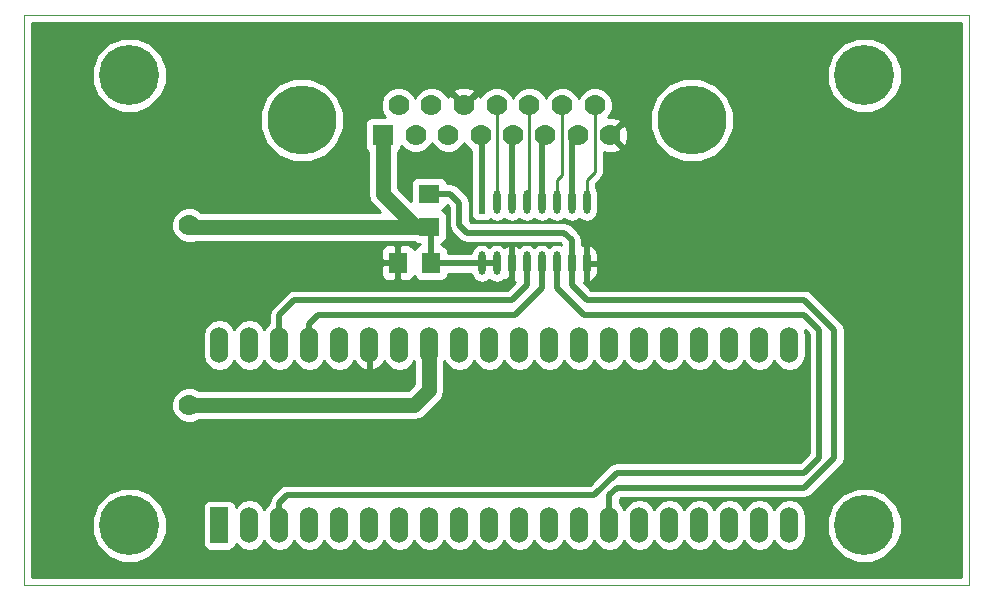
<source format=gbl>
G04 (created by PCBNEW (2013-07-07 BZR 4022)-stable) date 27/02/2014 1:19:26 PM*
%MOIN*%
G04 Gerber Fmt 3.4, Leading zero omitted, Abs format*
%FSLAX34Y34*%
G01*
G70*
G90*
G04 APERTURE LIST*
%ADD10C,0.00590551*%
%ADD11C,0.00393701*%
%ADD12R,0.0236X0.0787*%
%ADD13O,0.0236X0.0787*%
%ADD14R,0.0709X0.063*%
%ADD15R,0.063X0.0709*%
%ADD16R,0.06X0.12*%
%ADD17O,0.06X0.12*%
%ADD18R,0.07X0.07*%
%ADD19C,0.07*%
%ADD20C,0.23*%
%ADD21C,0.2*%
%ADD22C,0.05*%
%ADD23C,0.02*%
%ADD24C,0.01*%
G04 APERTURE END LIST*
G54D10*
G54D11*
X42500Y-33500D02*
X74000Y-33500D01*
X42500Y-52500D02*
X74000Y-52500D01*
X42500Y-52500D02*
X42500Y-33500D01*
X74000Y-33500D02*
X74000Y-52500D01*
G54D12*
X57750Y-39726D03*
G54D13*
X60750Y-41774D03*
X60250Y-41774D03*
X59750Y-41774D03*
X59250Y-41774D03*
X58750Y-41774D03*
X58250Y-41774D03*
X57750Y-41774D03*
X58250Y-39726D03*
X58750Y-39726D03*
X59250Y-39726D03*
X59750Y-39726D03*
X60250Y-39726D03*
X60750Y-39726D03*
X61250Y-39726D03*
X61250Y-41774D03*
G54D14*
X56000Y-39449D03*
X56000Y-40551D03*
G54D15*
X56051Y-41750D03*
X54949Y-41750D03*
G54D16*
X49000Y-50500D03*
G54D17*
X58000Y-50500D03*
X59000Y-50500D03*
X60000Y-50500D03*
X61000Y-50500D03*
X62000Y-50500D03*
X63000Y-50500D03*
X64000Y-50500D03*
X65000Y-50500D03*
X66000Y-50500D03*
X67000Y-50500D03*
X50000Y-50500D03*
X68000Y-50500D03*
X68000Y-44500D03*
X67000Y-44500D03*
X66000Y-44500D03*
X65000Y-44500D03*
X64000Y-44500D03*
X63000Y-44500D03*
X62000Y-44500D03*
X61000Y-44500D03*
X60000Y-44500D03*
X51000Y-50500D03*
X59000Y-44500D03*
X58000Y-44500D03*
X57000Y-44500D03*
X56000Y-44500D03*
X55000Y-44500D03*
X54000Y-44500D03*
X53000Y-44500D03*
X52000Y-44500D03*
X51000Y-44500D03*
X50000Y-44500D03*
X52000Y-50500D03*
X49000Y-44500D03*
X53000Y-50500D03*
X54000Y-50500D03*
X55000Y-50500D03*
X56000Y-50500D03*
X57000Y-50500D03*
G54D18*
X54470Y-37499D03*
G54D19*
X56069Y-36500D03*
X57159Y-36500D03*
X58250Y-36500D03*
X59341Y-36500D03*
X60431Y-36500D03*
X61522Y-36500D03*
G54D20*
X51750Y-37000D03*
X64750Y-37000D03*
G54D19*
X55550Y-37499D03*
X56630Y-37499D03*
X57710Y-37499D03*
X58790Y-37499D03*
X59870Y-37499D03*
X60950Y-37499D03*
X62030Y-37499D03*
X54978Y-36500D03*
G54D21*
X46000Y-35500D03*
X70500Y-35500D03*
X70500Y-50500D03*
X46000Y-50500D03*
G54D19*
X48000Y-46500D03*
X48000Y-40500D03*
G54D22*
X56000Y-40551D02*
X48051Y-40551D01*
X56000Y-46000D02*
X55500Y-46500D01*
X55500Y-46500D02*
X48000Y-46500D01*
X56000Y-46000D02*
X56000Y-44500D01*
X48051Y-40551D02*
X48000Y-40500D01*
X56000Y-40551D02*
X55551Y-40551D01*
X55551Y-40551D02*
X54470Y-39470D01*
X54470Y-39470D02*
X54470Y-37499D01*
X55500Y-40500D02*
X55551Y-40551D01*
G54D23*
X56051Y-41750D02*
X56051Y-40602D01*
X56051Y-40602D02*
X56000Y-40551D01*
X57750Y-41774D02*
X56075Y-41774D01*
X56075Y-41774D02*
X56051Y-41750D01*
X58250Y-41774D02*
X57750Y-41774D01*
X60750Y-41774D02*
X60750Y-41000D01*
X56699Y-39449D02*
X56000Y-39449D01*
X57000Y-39750D02*
X56699Y-39449D01*
X57000Y-40500D02*
X57000Y-39750D01*
X57250Y-40750D02*
X57000Y-40500D01*
X60500Y-40750D02*
X57250Y-40750D01*
X60750Y-41000D02*
X60500Y-40750D01*
X62000Y-50500D02*
X62000Y-49500D01*
X60750Y-42500D02*
X60750Y-41774D01*
X61250Y-43000D02*
X60750Y-42500D01*
X68500Y-43000D02*
X61250Y-43000D01*
X69500Y-44000D02*
X68500Y-43000D01*
X69500Y-48250D02*
X69500Y-44000D01*
X68500Y-49250D02*
X69500Y-48250D01*
X62250Y-49250D02*
X68500Y-49250D01*
X62000Y-49500D02*
X62250Y-49250D01*
X57750Y-39726D02*
X57750Y-37539D01*
X57750Y-37539D02*
X57710Y-37499D01*
G54D24*
X58250Y-36500D02*
X58250Y-39726D01*
G54D23*
X58750Y-39726D02*
X58750Y-37539D01*
X58750Y-37539D02*
X58790Y-37499D01*
G54D24*
X59341Y-36500D02*
X59341Y-39635D01*
X59341Y-39635D02*
X59250Y-39726D01*
G54D23*
X59750Y-39726D02*
X59750Y-37619D01*
X59750Y-37619D02*
X59870Y-37499D01*
G54D24*
X60431Y-36500D02*
X60431Y-38819D01*
X60250Y-39000D02*
X60250Y-39726D01*
X60431Y-38819D02*
X60250Y-39000D01*
G54D23*
X60750Y-39726D02*
X60750Y-37699D01*
X60750Y-37699D02*
X60950Y-37499D01*
G54D24*
X61522Y-36500D02*
X61522Y-38728D01*
X61250Y-39000D02*
X61250Y-39726D01*
X61522Y-38728D02*
X61250Y-39000D01*
G54D23*
X58850Y-43500D02*
X52300Y-43500D01*
X52000Y-43800D02*
X52300Y-43500D01*
X59750Y-41774D02*
X59750Y-42600D01*
X58850Y-43500D02*
X59750Y-42600D01*
X52000Y-43800D02*
X52000Y-44500D01*
X68500Y-48750D02*
X62250Y-48750D01*
X68500Y-48750D02*
X69000Y-48250D01*
X69000Y-48250D02*
X69000Y-44000D01*
X69000Y-44000D02*
X68500Y-43500D01*
X68500Y-43500D02*
X61150Y-43500D01*
X61150Y-43500D02*
X60250Y-42600D01*
X60250Y-41774D02*
X60250Y-42600D01*
X51000Y-49750D02*
X51000Y-50500D01*
X51250Y-49500D02*
X51000Y-49750D01*
X61500Y-49500D02*
X51250Y-49500D01*
X62250Y-48750D02*
X61500Y-49500D01*
X51500Y-43000D02*
X58750Y-43000D01*
X58750Y-43000D02*
X59250Y-42500D01*
X59250Y-42500D02*
X59250Y-41750D01*
X59250Y-41774D02*
X59250Y-41750D01*
X51000Y-43500D02*
X51000Y-44500D01*
X51000Y-43500D02*
X51500Y-43000D01*
X54949Y-41750D02*
X54949Y-42449D01*
X58750Y-42250D02*
X58750Y-41774D01*
X58500Y-42500D02*
X58750Y-42250D01*
X55000Y-42500D02*
X58500Y-42500D01*
X54949Y-42449D02*
X55000Y-42500D01*
G54D10*
G36*
X73730Y-52230D02*
X71750Y-52230D01*
X71750Y-50252D01*
X71750Y-35252D01*
X71560Y-34792D01*
X71208Y-34440D01*
X70749Y-34250D01*
X70252Y-34249D01*
X69792Y-34439D01*
X69440Y-34791D01*
X69250Y-35250D01*
X69249Y-35747D01*
X69439Y-36207D01*
X69791Y-36559D01*
X70250Y-36749D01*
X70747Y-36750D01*
X71207Y-36560D01*
X71559Y-36208D01*
X71749Y-35749D01*
X71750Y-35252D01*
X71750Y-50252D01*
X71560Y-49792D01*
X71208Y-49440D01*
X70749Y-49250D01*
X70252Y-49249D01*
X69850Y-49416D01*
X69850Y-48250D01*
X69850Y-44000D01*
X69823Y-43866D01*
X69747Y-43752D01*
X68747Y-42752D01*
X68633Y-42676D01*
X68500Y-42650D01*
X66150Y-42650D01*
X66150Y-36722D01*
X65937Y-36207D01*
X65544Y-35813D01*
X65029Y-35600D01*
X64472Y-35599D01*
X63957Y-35812D01*
X63563Y-36205D01*
X63350Y-36720D01*
X63349Y-37277D01*
X63562Y-37792D01*
X63955Y-38186D01*
X64470Y-38399D01*
X65027Y-38400D01*
X65542Y-38187D01*
X65936Y-37794D01*
X66149Y-37279D01*
X66150Y-36722D01*
X66150Y-42650D01*
X62634Y-42650D01*
X62634Y-37592D01*
X62624Y-37354D01*
X62552Y-37181D01*
X62452Y-37147D01*
X62100Y-37499D01*
X62452Y-37850D01*
X62552Y-37816D01*
X62634Y-37592D01*
X62634Y-42650D01*
X61618Y-42650D01*
X61618Y-42099D01*
X61618Y-41824D01*
X61618Y-41724D01*
X61618Y-41448D01*
X61570Y-41311D01*
X61474Y-41202D01*
X61356Y-41146D01*
X61300Y-41197D01*
X61300Y-41724D01*
X61618Y-41724D01*
X61618Y-41824D01*
X61300Y-41824D01*
X61300Y-42350D01*
X61356Y-42401D01*
X61474Y-42345D01*
X61570Y-42236D01*
X61618Y-42099D01*
X61618Y-42650D01*
X61394Y-42650D01*
X61145Y-42400D01*
X61200Y-42350D01*
X61200Y-41824D01*
X61192Y-41824D01*
X61192Y-41724D01*
X61200Y-41724D01*
X61200Y-41197D01*
X61143Y-41146D01*
X61100Y-41167D01*
X61100Y-41000D01*
X61073Y-40866D01*
X60997Y-40752D01*
X60997Y-40752D01*
X60747Y-40502D01*
X60633Y-40426D01*
X60500Y-40400D01*
X57394Y-40400D01*
X57350Y-40355D01*
X57350Y-39750D01*
X57349Y-39749D01*
X57350Y-39749D01*
X57323Y-39616D01*
X57247Y-39502D01*
X57247Y-39502D01*
X56946Y-39201D01*
X56832Y-39125D01*
X56699Y-39099D01*
X56604Y-39099D01*
X56604Y-39084D01*
X56566Y-38992D01*
X56496Y-38922D01*
X56404Y-38884D01*
X56304Y-38883D01*
X55595Y-38883D01*
X55504Y-38921D01*
X55433Y-38992D01*
X55395Y-39084D01*
X55395Y-39183D01*
X55395Y-39688D01*
X54970Y-39262D01*
X54970Y-38052D01*
X55031Y-37990D01*
X55069Y-37898D01*
X55069Y-37867D01*
X55209Y-38007D01*
X55430Y-38098D01*
X55668Y-38099D01*
X55889Y-38007D01*
X56058Y-37839D01*
X56089Y-37763D01*
X56121Y-37838D01*
X56289Y-38007D01*
X56510Y-38098D01*
X56748Y-38099D01*
X56969Y-38007D01*
X57138Y-37839D01*
X57169Y-37763D01*
X57201Y-37838D01*
X57369Y-38007D01*
X57400Y-38019D01*
X57400Y-39239D01*
X57382Y-39282D01*
X57381Y-39382D01*
X57381Y-40169D01*
X57419Y-40260D01*
X57490Y-40331D01*
X57582Y-40369D01*
X57681Y-40369D01*
X57917Y-40369D01*
X58009Y-40331D01*
X58035Y-40305D01*
X58109Y-40354D01*
X58250Y-40382D01*
X58390Y-40354D01*
X58500Y-40281D01*
X58609Y-40354D01*
X58750Y-40382D01*
X58890Y-40354D01*
X59000Y-40281D01*
X59109Y-40354D01*
X59250Y-40382D01*
X59390Y-40354D01*
X59500Y-40281D01*
X59609Y-40354D01*
X59750Y-40382D01*
X59890Y-40354D01*
X60000Y-40281D01*
X60109Y-40354D01*
X60250Y-40382D01*
X60390Y-40354D01*
X60500Y-40281D01*
X60609Y-40354D01*
X60750Y-40382D01*
X60890Y-40354D01*
X61000Y-40281D01*
X61109Y-40354D01*
X61250Y-40382D01*
X61390Y-40354D01*
X61510Y-40274D01*
X61589Y-40154D01*
X61618Y-40014D01*
X61618Y-39437D01*
X61589Y-39297D01*
X61550Y-39237D01*
X61550Y-39124D01*
X61734Y-38940D01*
X61734Y-38940D01*
X61799Y-38842D01*
X61821Y-38728D01*
X61822Y-38728D01*
X61822Y-38061D01*
X61936Y-38103D01*
X62174Y-38093D01*
X62347Y-38021D01*
X62381Y-37921D01*
X62030Y-37569D01*
X62024Y-37575D01*
X61953Y-37504D01*
X61959Y-37499D01*
X61953Y-37493D01*
X62024Y-37422D01*
X62030Y-37428D01*
X62381Y-37076D01*
X62347Y-36976D01*
X62123Y-36894D01*
X61969Y-36901D01*
X62030Y-36840D01*
X62121Y-36619D01*
X62122Y-36381D01*
X62030Y-36160D01*
X61862Y-35991D01*
X61641Y-35900D01*
X61403Y-35899D01*
X61182Y-35991D01*
X61013Y-36159D01*
X60976Y-36249D01*
X60939Y-36160D01*
X60771Y-35991D01*
X60550Y-35900D01*
X60312Y-35899D01*
X60091Y-35991D01*
X59922Y-36159D01*
X59886Y-36247D01*
X59849Y-36160D01*
X59681Y-35991D01*
X59460Y-35900D01*
X59222Y-35899D01*
X59001Y-35991D01*
X58832Y-36159D01*
X58795Y-36249D01*
X58758Y-36160D01*
X58590Y-35991D01*
X58369Y-35900D01*
X58131Y-35899D01*
X57910Y-35991D01*
X57741Y-36159D01*
X57706Y-36243D01*
X57681Y-36182D01*
X57581Y-36148D01*
X57510Y-36219D01*
X57510Y-36077D01*
X57476Y-35977D01*
X57252Y-35895D01*
X57014Y-35905D01*
X56841Y-35977D01*
X56807Y-36077D01*
X57159Y-36429D01*
X57510Y-36077D01*
X57510Y-36219D01*
X57229Y-36500D01*
X57235Y-36505D01*
X57164Y-36576D01*
X57159Y-36570D01*
X57153Y-36576D01*
X57082Y-36505D01*
X57088Y-36500D01*
X56736Y-36148D01*
X56636Y-36182D01*
X56613Y-36245D01*
X56577Y-36160D01*
X56409Y-35991D01*
X56188Y-35900D01*
X55950Y-35899D01*
X55729Y-35991D01*
X55560Y-36159D01*
X55523Y-36249D01*
X55486Y-36160D01*
X55318Y-35991D01*
X55097Y-35900D01*
X54859Y-35899D01*
X54638Y-35991D01*
X54469Y-36159D01*
X54378Y-36380D01*
X54377Y-36618D01*
X54469Y-36839D01*
X54528Y-36898D01*
X54070Y-36898D01*
X53978Y-36936D01*
X53908Y-37007D01*
X53870Y-37099D01*
X53869Y-37198D01*
X53869Y-37898D01*
X53907Y-37990D01*
X53970Y-38052D01*
X53970Y-39469D01*
X53969Y-39470D01*
X54008Y-39661D01*
X54116Y-39823D01*
X54343Y-40051D01*
X53150Y-40051D01*
X53150Y-36722D01*
X52937Y-36207D01*
X52544Y-35813D01*
X52029Y-35600D01*
X51472Y-35599D01*
X50957Y-35812D01*
X50563Y-36205D01*
X50350Y-36720D01*
X50349Y-37277D01*
X50562Y-37792D01*
X50955Y-38186D01*
X51470Y-38399D01*
X52027Y-38400D01*
X52542Y-38187D01*
X52936Y-37794D01*
X53149Y-37279D01*
X53150Y-36722D01*
X53150Y-40051D01*
X48399Y-40051D01*
X48340Y-39991D01*
X48119Y-39900D01*
X47881Y-39899D01*
X47660Y-39991D01*
X47491Y-40159D01*
X47400Y-40380D01*
X47399Y-40618D01*
X47491Y-40839D01*
X47659Y-41008D01*
X47880Y-41099D01*
X48118Y-41100D01*
X48237Y-41051D01*
X55476Y-41051D01*
X55503Y-41077D01*
X55595Y-41115D01*
X55695Y-41116D01*
X55701Y-41116D01*
X55701Y-41145D01*
X55686Y-41145D01*
X55594Y-41183D01*
X55524Y-41253D01*
X55499Y-41311D01*
X55476Y-41254D01*
X55405Y-41183D01*
X55313Y-41145D01*
X55214Y-41145D01*
X55061Y-41145D01*
X54999Y-41208D01*
X54999Y-41700D01*
X55006Y-41700D01*
X55006Y-41800D01*
X54999Y-41800D01*
X54999Y-42292D01*
X55061Y-42354D01*
X55214Y-42354D01*
X55313Y-42354D01*
X55405Y-42316D01*
X55476Y-42245D01*
X55500Y-42187D01*
X55523Y-42245D01*
X55594Y-42316D01*
X55686Y-42354D01*
X55785Y-42354D01*
X56415Y-42354D01*
X56507Y-42316D01*
X56577Y-42246D01*
X56615Y-42154D01*
X56615Y-42124D01*
X57394Y-42124D01*
X57410Y-42202D01*
X57489Y-42322D01*
X57609Y-42402D01*
X57750Y-42430D01*
X57890Y-42402D01*
X58000Y-42329D01*
X58109Y-42402D01*
X58250Y-42430D01*
X58390Y-42402D01*
X58506Y-42324D01*
X58525Y-42345D01*
X58643Y-42401D01*
X58700Y-42350D01*
X58700Y-41824D01*
X58692Y-41824D01*
X58692Y-41724D01*
X58700Y-41724D01*
X58700Y-41197D01*
X58643Y-41146D01*
X58525Y-41202D01*
X58506Y-41223D01*
X58390Y-41145D01*
X58250Y-41117D01*
X58109Y-41145D01*
X58000Y-41218D01*
X57890Y-41145D01*
X57750Y-41117D01*
X57609Y-41145D01*
X57489Y-41225D01*
X57410Y-41345D01*
X57394Y-41424D01*
X56616Y-41424D01*
X56616Y-41345D01*
X56578Y-41254D01*
X56507Y-41183D01*
X56415Y-41145D01*
X56401Y-41145D01*
X56401Y-41116D01*
X56404Y-41116D01*
X56495Y-41078D01*
X56566Y-41007D01*
X56604Y-40915D01*
X56604Y-40816D01*
X56604Y-40186D01*
X56566Y-40094D01*
X56496Y-40024D01*
X56438Y-39999D01*
X56495Y-39976D01*
X56566Y-39905D01*
X56594Y-39839D01*
X56650Y-39894D01*
X56650Y-40500D01*
X56676Y-40633D01*
X56752Y-40747D01*
X57002Y-40997D01*
X57002Y-40997D01*
X57116Y-41073D01*
X57250Y-41100D01*
X60355Y-41100D01*
X60400Y-41144D01*
X60400Y-41152D01*
X60390Y-41145D01*
X60250Y-41117D01*
X60109Y-41145D01*
X60000Y-41218D01*
X59890Y-41145D01*
X59750Y-41117D01*
X59609Y-41145D01*
X59500Y-41218D01*
X59390Y-41145D01*
X59250Y-41117D01*
X59109Y-41145D01*
X58993Y-41223D01*
X58974Y-41202D01*
X58856Y-41146D01*
X58800Y-41197D01*
X58800Y-41724D01*
X58807Y-41724D01*
X58807Y-41824D01*
X58800Y-41824D01*
X58800Y-42350D01*
X58854Y-42400D01*
X58605Y-42650D01*
X54899Y-42650D01*
X54899Y-42292D01*
X54899Y-41800D01*
X54899Y-41700D01*
X54899Y-41208D01*
X54836Y-41145D01*
X54683Y-41145D01*
X54584Y-41145D01*
X54492Y-41183D01*
X54421Y-41254D01*
X54383Y-41345D01*
X54384Y-41637D01*
X54446Y-41700D01*
X54899Y-41700D01*
X54899Y-41800D01*
X54446Y-41800D01*
X54384Y-41862D01*
X54383Y-42154D01*
X54421Y-42245D01*
X54492Y-42316D01*
X54584Y-42354D01*
X54683Y-42354D01*
X54836Y-42354D01*
X54899Y-42292D01*
X54899Y-42650D01*
X51500Y-42650D01*
X51366Y-42676D01*
X51252Y-42752D01*
X50752Y-43252D01*
X50676Y-43366D01*
X50650Y-43500D01*
X50650Y-43768D01*
X50611Y-43794D01*
X50500Y-43960D01*
X50388Y-43794D01*
X50210Y-43675D01*
X50000Y-43633D01*
X49789Y-43675D01*
X49611Y-43794D01*
X49500Y-43960D01*
X49388Y-43794D01*
X49210Y-43675D01*
X49000Y-43633D01*
X48789Y-43675D01*
X48611Y-43794D01*
X48491Y-43972D01*
X48450Y-44183D01*
X48450Y-44816D01*
X48491Y-45027D01*
X48611Y-45205D01*
X48789Y-45324D01*
X49000Y-45366D01*
X49210Y-45324D01*
X49388Y-45205D01*
X49500Y-45039D01*
X49611Y-45205D01*
X49789Y-45324D01*
X50000Y-45366D01*
X50210Y-45324D01*
X50388Y-45205D01*
X50500Y-45039D01*
X50611Y-45205D01*
X50789Y-45324D01*
X51000Y-45366D01*
X51210Y-45324D01*
X51388Y-45205D01*
X51500Y-45039D01*
X51611Y-45205D01*
X51789Y-45324D01*
X52000Y-45366D01*
X52210Y-45324D01*
X52388Y-45205D01*
X52500Y-45039D01*
X52611Y-45205D01*
X52789Y-45324D01*
X53000Y-45366D01*
X53210Y-45324D01*
X53388Y-45205D01*
X53504Y-45033D01*
X53511Y-45056D01*
X53646Y-45224D01*
X53835Y-45327D01*
X53864Y-45333D01*
X53950Y-45284D01*
X53950Y-44550D01*
X53942Y-44550D01*
X53942Y-44450D01*
X53950Y-44450D01*
X53950Y-44442D01*
X54050Y-44442D01*
X54050Y-44450D01*
X54057Y-44450D01*
X54057Y-44550D01*
X54050Y-44550D01*
X54050Y-45284D01*
X54135Y-45333D01*
X54164Y-45327D01*
X54353Y-45224D01*
X54488Y-45056D01*
X54495Y-45033D01*
X54611Y-45205D01*
X54789Y-45324D01*
X55000Y-45366D01*
X55210Y-45324D01*
X55388Y-45205D01*
X55500Y-45039D01*
X55500Y-45792D01*
X55292Y-46000D01*
X48348Y-46000D01*
X48340Y-45991D01*
X48119Y-45900D01*
X47881Y-45899D01*
X47660Y-45991D01*
X47491Y-46159D01*
X47400Y-46380D01*
X47399Y-46618D01*
X47491Y-46839D01*
X47659Y-47008D01*
X47880Y-47099D01*
X48118Y-47100D01*
X48339Y-47008D01*
X48348Y-47000D01*
X55499Y-47000D01*
X55500Y-47000D01*
X55500Y-47000D01*
X55691Y-46961D01*
X55853Y-46853D01*
X56353Y-46353D01*
X56353Y-46353D01*
X56353Y-46353D01*
X56461Y-46191D01*
X56500Y-46000D01*
X56500Y-45039D01*
X56611Y-45205D01*
X56789Y-45324D01*
X57000Y-45366D01*
X57210Y-45324D01*
X57388Y-45205D01*
X57500Y-45039D01*
X57611Y-45205D01*
X57789Y-45324D01*
X58000Y-45366D01*
X58210Y-45324D01*
X58388Y-45205D01*
X58500Y-45039D01*
X58611Y-45205D01*
X58789Y-45324D01*
X59000Y-45366D01*
X59210Y-45324D01*
X59388Y-45205D01*
X59500Y-45039D01*
X59611Y-45205D01*
X59789Y-45324D01*
X60000Y-45366D01*
X60210Y-45324D01*
X60388Y-45205D01*
X60500Y-45039D01*
X60611Y-45205D01*
X60789Y-45324D01*
X61000Y-45366D01*
X61210Y-45324D01*
X61388Y-45205D01*
X61500Y-45039D01*
X61611Y-45205D01*
X61789Y-45324D01*
X62000Y-45366D01*
X62210Y-45324D01*
X62388Y-45205D01*
X62500Y-45039D01*
X62611Y-45205D01*
X62789Y-45324D01*
X63000Y-45366D01*
X63210Y-45324D01*
X63388Y-45205D01*
X63500Y-45039D01*
X63611Y-45205D01*
X63789Y-45324D01*
X64000Y-45366D01*
X64210Y-45324D01*
X64388Y-45205D01*
X64500Y-45039D01*
X64611Y-45205D01*
X64789Y-45324D01*
X65000Y-45366D01*
X65210Y-45324D01*
X65388Y-45205D01*
X65500Y-45039D01*
X65611Y-45205D01*
X65789Y-45324D01*
X66000Y-45366D01*
X66210Y-45324D01*
X66388Y-45205D01*
X66500Y-45039D01*
X66611Y-45205D01*
X66789Y-45324D01*
X67000Y-45366D01*
X67210Y-45324D01*
X67388Y-45205D01*
X67500Y-45039D01*
X67611Y-45205D01*
X67789Y-45324D01*
X68000Y-45366D01*
X68210Y-45324D01*
X68388Y-45205D01*
X68508Y-45027D01*
X68550Y-44816D01*
X68550Y-44183D01*
X68515Y-44010D01*
X68650Y-44144D01*
X68650Y-48105D01*
X68355Y-48400D01*
X62250Y-48400D01*
X62249Y-48400D01*
X62116Y-48426D01*
X62002Y-48502D01*
X62002Y-48502D01*
X62002Y-48502D01*
X61355Y-49150D01*
X51250Y-49150D01*
X51116Y-49176D01*
X51002Y-49252D01*
X51002Y-49252D01*
X50752Y-49502D01*
X50676Y-49616D01*
X50650Y-49750D01*
X50650Y-49768D01*
X50611Y-49794D01*
X50500Y-49960D01*
X50388Y-49794D01*
X50210Y-49675D01*
X50000Y-49633D01*
X49789Y-49675D01*
X49611Y-49794D01*
X49550Y-49885D01*
X49550Y-49850D01*
X49512Y-49758D01*
X49441Y-49688D01*
X49349Y-49650D01*
X49250Y-49649D01*
X48650Y-49649D01*
X48558Y-49687D01*
X48488Y-49758D01*
X48450Y-49850D01*
X48449Y-49949D01*
X48449Y-51149D01*
X48487Y-51241D01*
X48558Y-51311D01*
X48650Y-51349D01*
X48749Y-51350D01*
X49349Y-51350D01*
X49441Y-51312D01*
X49511Y-51241D01*
X49549Y-51149D01*
X49549Y-51114D01*
X49611Y-51205D01*
X49789Y-51324D01*
X50000Y-51366D01*
X50210Y-51324D01*
X50388Y-51205D01*
X50500Y-51039D01*
X50611Y-51205D01*
X50789Y-51324D01*
X51000Y-51366D01*
X51210Y-51324D01*
X51388Y-51205D01*
X51500Y-51039D01*
X51611Y-51205D01*
X51789Y-51324D01*
X52000Y-51366D01*
X52210Y-51324D01*
X52388Y-51205D01*
X52500Y-51039D01*
X52611Y-51205D01*
X52789Y-51324D01*
X53000Y-51366D01*
X53210Y-51324D01*
X53388Y-51205D01*
X53500Y-51039D01*
X53611Y-51205D01*
X53789Y-51324D01*
X54000Y-51366D01*
X54210Y-51324D01*
X54388Y-51205D01*
X54500Y-51039D01*
X54611Y-51205D01*
X54789Y-51324D01*
X55000Y-51366D01*
X55210Y-51324D01*
X55388Y-51205D01*
X55500Y-51039D01*
X55611Y-51205D01*
X55789Y-51324D01*
X56000Y-51366D01*
X56210Y-51324D01*
X56388Y-51205D01*
X56500Y-51039D01*
X56611Y-51205D01*
X56789Y-51324D01*
X57000Y-51366D01*
X57210Y-51324D01*
X57388Y-51205D01*
X57500Y-51039D01*
X57611Y-51205D01*
X57789Y-51324D01*
X58000Y-51366D01*
X58210Y-51324D01*
X58388Y-51205D01*
X58500Y-51039D01*
X58611Y-51205D01*
X58789Y-51324D01*
X59000Y-51366D01*
X59210Y-51324D01*
X59388Y-51205D01*
X59500Y-51039D01*
X59611Y-51205D01*
X59789Y-51324D01*
X60000Y-51366D01*
X60210Y-51324D01*
X60388Y-51205D01*
X60500Y-51039D01*
X60611Y-51205D01*
X60789Y-51324D01*
X61000Y-51366D01*
X61210Y-51324D01*
X61388Y-51205D01*
X61500Y-51039D01*
X61611Y-51205D01*
X61789Y-51324D01*
X62000Y-51366D01*
X62210Y-51324D01*
X62388Y-51205D01*
X62500Y-51039D01*
X62611Y-51205D01*
X62789Y-51324D01*
X63000Y-51366D01*
X63210Y-51324D01*
X63388Y-51205D01*
X63500Y-51039D01*
X63611Y-51205D01*
X63789Y-51324D01*
X64000Y-51366D01*
X64210Y-51324D01*
X64388Y-51205D01*
X64500Y-51039D01*
X64611Y-51205D01*
X64789Y-51324D01*
X65000Y-51366D01*
X65210Y-51324D01*
X65388Y-51205D01*
X65500Y-51039D01*
X65611Y-51205D01*
X65789Y-51324D01*
X66000Y-51366D01*
X66210Y-51324D01*
X66388Y-51205D01*
X66500Y-51039D01*
X66611Y-51205D01*
X66789Y-51324D01*
X67000Y-51366D01*
X67210Y-51324D01*
X67388Y-51205D01*
X67500Y-51039D01*
X67611Y-51205D01*
X67789Y-51324D01*
X68000Y-51366D01*
X68210Y-51324D01*
X68388Y-51205D01*
X68508Y-51027D01*
X68550Y-50816D01*
X68550Y-50183D01*
X68508Y-49972D01*
X68388Y-49794D01*
X68210Y-49675D01*
X68000Y-49633D01*
X67789Y-49675D01*
X67611Y-49794D01*
X67500Y-49960D01*
X67388Y-49794D01*
X67210Y-49675D01*
X67000Y-49633D01*
X66789Y-49675D01*
X66611Y-49794D01*
X66500Y-49960D01*
X66388Y-49794D01*
X66210Y-49675D01*
X66000Y-49633D01*
X65789Y-49675D01*
X65611Y-49794D01*
X65500Y-49960D01*
X65388Y-49794D01*
X65210Y-49675D01*
X65000Y-49633D01*
X64789Y-49675D01*
X64611Y-49794D01*
X64500Y-49960D01*
X64388Y-49794D01*
X64210Y-49675D01*
X64000Y-49633D01*
X63789Y-49675D01*
X63611Y-49794D01*
X63500Y-49960D01*
X63388Y-49794D01*
X63210Y-49675D01*
X63000Y-49633D01*
X62789Y-49675D01*
X62611Y-49794D01*
X62500Y-49960D01*
X62388Y-49794D01*
X62350Y-49768D01*
X62350Y-49644D01*
X62394Y-49600D01*
X68500Y-49600D01*
X68633Y-49573D01*
X68633Y-49573D01*
X68747Y-49497D01*
X69747Y-48497D01*
X69823Y-48383D01*
X69850Y-48250D01*
X69850Y-49416D01*
X69792Y-49439D01*
X69440Y-49791D01*
X69250Y-50250D01*
X69249Y-50747D01*
X69439Y-51207D01*
X69791Y-51559D01*
X70250Y-51749D01*
X70747Y-51750D01*
X71207Y-51560D01*
X71559Y-51208D01*
X71749Y-50749D01*
X71750Y-50252D01*
X71750Y-52230D01*
X47250Y-52230D01*
X47250Y-50252D01*
X47250Y-35252D01*
X47060Y-34792D01*
X46708Y-34440D01*
X46249Y-34250D01*
X45752Y-34249D01*
X45292Y-34439D01*
X44940Y-34791D01*
X44750Y-35250D01*
X44749Y-35747D01*
X44939Y-36207D01*
X45291Y-36559D01*
X45750Y-36749D01*
X46247Y-36750D01*
X46707Y-36560D01*
X47059Y-36208D01*
X47249Y-35749D01*
X47250Y-35252D01*
X47250Y-50252D01*
X47060Y-49792D01*
X46708Y-49440D01*
X46249Y-49250D01*
X45752Y-49249D01*
X45292Y-49439D01*
X44940Y-49791D01*
X44750Y-50250D01*
X44749Y-50747D01*
X44939Y-51207D01*
X45291Y-51559D01*
X45750Y-51749D01*
X46247Y-51750D01*
X46707Y-51560D01*
X47059Y-51208D01*
X47249Y-50749D01*
X47250Y-50252D01*
X47250Y-52230D01*
X42769Y-52230D01*
X42769Y-33769D01*
X73730Y-33769D01*
X73730Y-52230D01*
X73730Y-52230D01*
G37*
G54D24*
X73730Y-52230D02*
X71750Y-52230D01*
X71750Y-50252D01*
X71750Y-35252D01*
X71560Y-34792D01*
X71208Y-34440D01*
X70749Y-34250D01*
X70252Y-34249D01*
X69792Y-34439D01*
X69440Y-34791D01*
X69250Y-35250D01*
X69249Y-35747D01*
X69439Y-36207D01*
X69791Y-36559D01*
X70250Y-36749D01*
X70747Y-36750D01*
X71207Y-36560D01*
X71559Y-36208D01*
X71749Y-35749D01*
X71750Y-35252D01*
X71750Y-50252D01*
X71560Y-49792D01*
X71208Y-49440D01*
X70749Y-49250D01*
X70252Y-49249D01*
X69850Y-49416D01*
X69850Y-48250D01*
X69850Y-44000D01*
X69823Y-43866D01*
X69747Y-43752D01*
X68747Y-42752D01*
X68633Y-42676D01*
X68500Y-42650D01*
X66150Y-42650D01*
X66150Y-36722D01*
X65937Y-36207D01*
X65544Y-35813D01*
X65029Y-35600D01*
X64472Y-35599D01*
X63957Y-35812D01*
X63563Y-36205D01*
X63350Y-36720D01*
X63349Y-37277D01*
X63562Y-37792D01*
X63955Y-38186D01*
X64470Y-38399D01*
X65027Y-38400D01*
X65542Y-38187D01*
X65936Y-37794D01*
X66149Y-37279D01*
X66150Y-36722D01*
X66150Y-42650D01*
X62634Y-42650D01*
X62634Y-37592D01*
X62624Y-37354D01*
X62552Y-37181D01*
X62452Y-37147D01*
X62100Y-37499D01*
X62452Y-37850D01*
X62552Y-37816D01*
X62634Y-37592D01*
X62634Y-42650D01*
X61618Y-42650D01*
X61618Y-42099D01*
X61618Y-41824D01*
X61618Y-41724D01*
X61618Y-41448D01*
X61570Y-41311D01*
X61474Y-41202D01*
X61356Y-41146D01*
X61300Y-41197D01*
X61300Y-41724D01*
X61618Y-41724D01*
X61618Y-41824D01*
X61300Y-41824D01*
X61300Y-42350D01*
X61356Y-42401D01*
X61474Y-42345D01*
X61570Y-42236D01*
X61618Y-42099D01*
X61618Y-42650D01*
X61394Y-42650D01*
X61145Y-42400D01*
X61200Y-42350D01*
X61200Y-41824D01*
X61192Y-41824D01*
X61192Y-41724D01*
X61200Y-41724D01*
X61200Y-41197D01*
X61143Y-41146D01*
X61100Y-41167D01*
X61100Y-41000D01*
X61073Y-40866D01*
X60997Y-40752D01*
X60997Y-40752D01*
X60747Y-40502D01*
X60633Y-40426D01*
X60500Y-40400D01*
X57394Y-40400D01*
X57350Y-40355D01*
X57350Y-39750D01*
X57349Y-39749D01*
X57350Y-39749D01*
X57323Y-39616D01*
X57247Y-39502D01*
X57247Y-39502D01*
X56946Y-39201D01*
X56832Y-39125D01*
X56699Y-39099D01*
X56604Y-39099D01*
X56604Y-39084D01*
X56566Y-38992D01*
X56496Y-38922D01*
X56404Y-38884D01*
X56304Y-38883D01*
X55595Y-38883D01*
X55504Y-38921D01*
X55433Y-38992D01*
X55395Y-39084D01*
X55395Y-39183D01*
X55395Y-39688D01*
X54970Y-39262D01*
X54970Y-38052D01*
X55031Y-37990D01*
X55069Y-37898D01*
X55069Y-37867D01*
X55209Y-38007D01*
X55430Y-38098D01*
X55668Y-38099D01*
X55889Y-38007D01*
X56058Y-37839D01*
X56089Y-37763D01*
X56121Y-37838D01*
X56289Y-38007D01*
X56510Y-38098D01*
X56748Y-38099D01*
X56969Y-38007D01*
X57138Y-37839D01*
X57169Y-37763D01*
X57201Y-37838D01*
X57369Y-38007D01*
X57400Y-38019D01*
X57400Y-39239D01*
X57382Y-39282D01*
X57381Y-39382D01*
X57381Y-40169D01*
X57419Y-40260D01*
X57490Y-40331D01*
X57582Y-40369D01*
X57681Y-40369D01*
X57917Y-40369D01*
X58009Y-40331D01*
X58035Y-40305D01*
X58109Y-40354D01*
X58250Y-40382D01*
X58390Y-40354D01*
X58500Y-40281D01*
X58609Y-40354D01*
X58750Y-40382D01*
X58890Y-40354D01*
X59000Y-40281D01*
X59109Y-40354D01*
X59250Y-40382D01*
X59390Y-40354D01*
X59500Y-40281D01*
X59609Y-40354D01*
X59750Y-40382D01*
X59890Y-40354D01*
X60000Y-40281D01*
X60109Y-40354D01*
X60250Y-40382D01*
X60390Y-40354D01*
X60500Y-40281D01*
X60609Y-40354D01*
X60750Y-40382D01*
X60890Y-40354D01*
X61000Y-40281D01*
X61109Y-40354D01*
X61250Y-40382D01*
X61390Y-40354D01*
X61510Y-40274D01*
X61589Y-40154D01*
X61618Y-40014D01*
X61618Y-39437D01*
X61589Y-39297D01*
X61550Y-39237D01*
X61550Y-39124D01*
X61734Y-38940D01*
X61734Y-38940D01*
X61799Y-38842D01*
X61821Y-38728D01*
X61822Y-38728D01*
X61822Y-38061D01*
X61936Y-38103D01*
X62174Y-38093D01*
X62347Y-38021D01*
X62381Y-37921D01*
X62030Y-37569D01*
X62024Y-37575D01*
X61953Y-37504D01*
X61959Y-37499D01*
X61953Y-37493D01*
X62024Y-37422D01*
X62030Y-37428D01*
X62381Y-37076D01*
X62347Y-36976D01*
X62123Y-36894D01*
X61969Y-36901D01*
X62030Y-36840D01*
X62121Y-36619D01*
X62122Y-36381D01*
X62030Y-36160D01*
X61862Y-35991D01*
X61641Y-35900D01*
X61403Y-35899D01*
X61182Y-35991D01*
X61013Y-36159D01*
X60976Y-36249D01*
X60939Y-36160D01*
X60771Y-35991D01*
X60550Y-35900D01*
X60312Y-35899D01*
X60091Y-35991D01*
X59922Y-36159D01*
X59886Y-36247D01*
X59849Y-36160D01*
X59681Y-35991D01*
X59460Y-35900D01*
X59222Y-35899D01*
X59001Y-35991D01*
X58832Y-36159D01*
X58795Y-36249D01*
X58758Y-36160D01*
X58590Y-35991D01*
X58369Y-35900D01*
X58131Y-35899D01*
X57910Y-35991D01*
X57741Y-36159D01*
X57706Y-36243D01*
X57681Y-36182D01*
X57581Y-36148D01*
X57510Y-36219D01*
X57510Y-36077D01*
X57476Y-35977D01*
X57252Y-35895D01*
X57014Y-35905D01*
X56841Y-35977D01*
X56807Y-36077D01*
X57159Y-36429D01*
X57510Y-36077D01*
X57510Y-36219D01*
X57229Y-36500D01*
X57235Y-36505D01*
X57164Y-36576D01*
X57159Y-36570D01*
X57153Y-36576D01*
X57082Y-36505D01*
X57088Y-36500D01*
X56736Y-36148D01*
X56636Y-36182D01*
X56613Y-36245D01*
X56577Y-36160D01*
X56409Y-35991D01*
X56188Y-35900D01*
X55950Y-35899D01*
X55729Y-35991D01*
X55560Y-36159D01*
X55523Y-36249D01*
X55486Y-36160D01*
X55318Y-35991D01*
X55097Y-35900D01*
X54859Y-35899D01*
X54638Y-35991D01*
X54469Y-36159D01*
X54378Y-36380D01*
X54377Y-36618D01*
X54469Y-36839D01*
X54528Y-36898D01*
X54070Y-36898D01*
X53978Y-36936D01*
X53908Y-37007D01*
X53870Y-37099D01*
X53869Y-37198D01*
X53869Y-37898D01*
X53907Y-37990D01*
X53970Y-38052D01*
X53970Y-39469D01*
X53969Y-39470D01*
X54008Y-39661D01*
X54116Y-39823D01*
X54343Y-40051D01*
X53150Y-40051D01*
X53150Y-36722D01*
X52937Y-36207D01*
X52544Y-35813D01*
X52029Y-35600D01*
X51472Y-35599D01*
X50957Y-35812D01*
X50563Y-36205D01*
X50350Y-36720D01*
X50349Y-37277D01*
X50562Y-37792D01*
X50955Y-38186D01*
X51470Y-38399D01*
X52027Y-38400D01*
X52542Y-38187D01*
X52936Y-37794D01*
X53149Y-37279D01*
X53150Y-36722D01*
X53150Y-40051D01*
X48399Y-40051D01*
X48340Y-39991D01*
X48119Y-39900D01*
X47881Y-39899D01*
X47660Y-39991D01*
X47491Y-40159D01*
X47400Y-40380D01*
X47399Y-40618D01*
X47491Y-40839D01*
X47659Y-41008D01*
X47880Y-41099D01*
X48118Y-41100D01*
X48237Y-41051D01*
X55476Y-41051D01*
X55503Y-41077D01*
X55595Y-41115D01*
X55695Y-41116D01*
X55701Y-41116D01*
X55701Y-41145D01*
X55686Y-41145D01*
X55594Y-41183D01*
X55524Y-41253D01*
X55499Y-41311D01*
X55476Y-41254D01*
X55405Y-41183D01*
X55313Y-41145D01*
X55214Y-41145D01*
X55061Y-41145D01*
X54999Y-41208D01*
X54999Y-41700D01*
X55006Y-41700D01*
X55006Y-41800D01*
X54999Y-41800D01*
X54999Y-42292D01*
X55061Y-42354D01*
X55214Y-42354D01*
X55313Y-42354D01*
X55405Y-42316D01*
X55476Y-42245D01*
X55500Y-42187D01*
X55523Y-42245D01*
X55594Y-42316D01*
X55686Y-42354D01*
X55785Y-42354D01*
X56415Y-42354D01*
X56507Y-42316D01*
X56577Y-42246D01*
X56615Y-42154D01*
X56615Y-42124D01*
X57394Y-42124D01*
X57410Y-42202D01*
X57489Y-42322D01*
X57609Y-42402D01*
X57750Y-42430D01*
X57890Y-42402D01*
X58000Y-42329D01*
X58109Y-42402D01*
X58250Y-42430D01*
X58390Y-42402D01*
X58506Y-42324D01*
X58525Y-42345D01*
X58643Y-42401D01*
X58700Y-42350D01*
X58700Y-41824D01*
X58692Y-41824D01*
X58692Y-41724D01*
X58700Y-41724D01*
X58700Y-41197D01*
X58643Y-41146D01*
X58525Y-41202D01*
X58506Y-41223D01*
X58390Y-41145D01*
X58250Y-41117D01*
X58109Y-41145D01*
X58000Y-41218D01*
X57890Y-41145D01*
X57750Y-41117D01*
X57609Y-41145D01*
X57489Y-41225D01*
X57410Y-41345D01*
X57394Y-41424D01*
X56616Y-41424D01*
X56616Y-41345D01*
X56578Y-41254D01*
X56507Y-41183D01*
X56415Y-41145D01*
X56401Y-41145D01*
X56401Y-41116D01*
X56404Y-41116D01*
X56495Y-41078D01*
X56566Y-41007D01*
X56604Y-40915D01*
X56604Y-40816D01*
X56604Y-40186D01*
X56566Y-40094D01*
X56496Y-40024D01*
X56438Y-39999D01*
X56495Y-39976D01*
X56566Y-39905D01*
X56594Y-39839D01*
X56650Y-39894D01*
X56650Y-40500D01*
X56676Y-40633D01*
X56752Y-40747D01*
X57002Y-40997D01*
X57002Y-40997D01*
X57116Y-41073D01*
X57250Y-41100D01*
X60355Y-41100D01*
X60400Y-41144D01*
X60400Y-41152D01*
X60390Y-41145D01*
X60250Y-41117D01*
X60109Y-41145D01*
X60000Y-41218D01*
X59890Y-41145D01*
X59750Y-41117D01*
X59609Y-41145D01*
X59500Y-41218D01*
X59390Y-41145D01*
X59250Y-41117D01*
X59109Y-41145D01*
X58993Y-41223D01*
X58974Y-41202D01*
X58856Y-41146D01*
X58800Y-41197D01*
X58800Y-41724D01*
X58807Y-41724D01*
X58807Y-41824D01*
X58800Y-41824D01*
X58800Y-42350D01*
X58854Y-42400D01*
X58605Y-42650D01*
X54899Y-42650D01*
X54899Y-42292D01*
X54899Y-41800D01*
X54899Y-41700D01*
X54899Y-41208D01*
X54836Y-41145D01*
X54683Y-41145D01*
X54584Y-41145D01*
X54492Y-41183D01*
X54421Y-41254D01*
X54383Y-41345D01*
X54384Y-41637D01*
X54446Y-41700D01*
X54899Y-41700D01*
X54899Y-41800D01*
X54446Y-41800D01*
X54384Y-41862D01*
X54383Y-42154D01*
X54421Y-42245D01*
X54492Y-42316D01*
X54584Y-42354D01*
X54683Y-42354D01*
X54836Y-42354D01*
X54899Y-42292D01*
X54899Y-42650D01*
X51500Y-42650D01*
X51366Y-42676D01*
X51252Y-42752D01*
X50752Y-43252D01*
X50676Y-43366D01*
X50650Y-43500D01*
X50650Y-43768D01*
X50611Y-43794D01*
X50500Y-43960D01*
X50388Y-43794D01*
X50210Y-43675D01*
X50000Y-43633D01*
X49789Y-43675D01*
X49611Y-43794D01*
X49500Y-43960D01*
X49388Y-43794D01*
X49210Y-43675D01*
X49000Y-43633D01*
X48789Y-43675D01*
X48611Y-43794D01*
X48491Y-43972D01*
X48450Y-44183D01*
X48450Y-44816D01*
X48491Y-45027D01*
X48611Y-45205D01*
X48789Y-45324D01*
X49000Y-45366D01*
X49210Y-45324D01*
X49388Y-45205D01*
X49500Y-45039D01*
X49611Y-45205D01*
X49789Y-45324D01*
X50000Y-45366D01*
X50210Y-45324D01*
X50388Y-45205D01*
X50500Y-45039D01*
X50611Y-45205D01*
X50789Y-45324D01*
X51000Y-45366D01*
X51210Y-45324D01*
X51388Y-45205D01*
X51500Y-45039D01*
X51611Y-45205D01*
X51789Y-45324D01*
X52000Y-45366D01*
X52210Y-45324D01*
X52388Y-45205D01*
X52500Y-45039D01*
X52611Y-45205D01*
X52789Y-45324D01*
X53000Y-45366D01*
X53210Y-45324D01*
X53388Y-45205D01*
X53504Y-45033D01*
X53511Y-45056D01*
X53646Y-45224D01*
X53835Y-45327D01*
X53864Y-45333D01*
X53950Y-45284D01*
X53950Y-44550D01*
X53942Y-44550D01*
X53942Y-44450D01*
X53950Y-44450D01*
X53950Y-44442D01*
X54050Y-44442D01*
X54050Y-44450D01*
X54057Y-44450D01*
X54057Y-44550D01*
X54050Y-44550D01*
X54050Y-45284D01*
X54135Y-45333D01*
X54164Y-45327D01*
X54353Y-45224D01*
X54488Y-45056D01*
X54495Y-45033D01*
X54611Y-45205D01*
X54789Y-45324D01*
X55000Y-45366D01*
X55210Y-45324D01*
X55388Y-45205D01*
X55500Y-45039D01*
X55500Y-45792D01*
X55292Y-46000D01*
X48348Y-46000D01*
X48340Y-45991D01*
X48119Y-45900D01*
X47881Y-45899D01*
X47660Y-45991D01*
X47491Y-46159D01*
X47400Y-46380D01*
X47399Y-46618D01*
X47491Y-46839D01*
X47659Y-47008D01*
X47880Y-47099D01*
X48118Y-47100D01*
X48339Y-47008D01*
X48348Y-47000D01*
X55499Y-47000D01*
X55500Y-47000D01*
X55500Y-47000D01*
X55691Y-46961D01*
X55853Y-46853D01*
X56353Y-46353D01*
X56353Y-46353D01*
X56353Y-46353D01*
X56461Y-46191D01*
X56500Y-46000D01*
X56500Y-45039D01*
X56611Y-45205D01*
X56789Y-45324D01*
X57000Y-45366D01*
X57210Y-45324D01*
X57388Y-45205D01*
X57500Y-45039D01*
X57611Y-45205D01*
X57789Y-45324D01*
X58000Y-45366D01*
X58210Y-45324D01*
X58388Y-45205D01*
X58500Y-45039D01*
X58611Y-45205D01*
X58789Y-45324D01*
X59000Y-45366D01*
X59210Y-45324D01*
X59388Y-45205D01*
X59500Y-45039D01*
X59611Y-45205D01*
X59789Y-45324D01*
X60000Y-45366D01*
X60210Y-45324D01*
X60388Y-45205D01*
X60500Y-45039D01*
X60611Y-45205D01*
X60789Y-45324D01*
X61000Y-45366D01*
X61210Y-45324D01*
X61388Y-45205D01*
X61500Y-45039D01*
X61611Y-45205D01*
X61789Y-45324D01*
X62000Y-45366D01*
X62210Y-45324D01*
X62388Y-45205D01*
X62500Y-45039D01*
X62611Y-45205D01*
X62789Y-45324D01*
X63000Y-45366D01*
X63210Y-45324D01*
X63388Y-45205D01*
X63500Y-45039D01*
X63611Y-45205D01*
X63789Y-45324D01*
X64000Y-45366D01*
X64210Y-45324D01*
X64388Y-45205D01*
X64500Y-45039D01*
X64611Y-45205D01*
X64789Y-45324D01*
X65000Y-45366D01*
X65210Y-45324D01*
X65388Y-45205D01*
X65500Y-45039D01*
X65611Y-45205D01*
X65789Y-45324D01*
X66000Y-45366D01*
X66210Y-45324D01*
X66388Y-45205D01*
X66500Y-45039D01*
X66611Y-45205D01*
X66789Y-45324D01*
X67000Y-45366D01*
X67210Y-45324D01*
X67388Y-45205D01*
X67500Y-45039D01*
X67611Y-45205D01*
X67789Y-45324D01*
X68000Y-45366D01*
X68210Y-45324D01*
X68388Y-45205D01*
X68508Y-45027D01*
X68550Y-44816D01*
X68550Y-44183D01*
X68515Y-44010D01*
X68650Y-44144D01*
X68650Y-48105D01*
X68355Y-48400D01*
X62250Y-48400D01*
X62249Y-48400D01*
X62116Y-48426D01*
X62002Y-48502D01*
X62002Y-48502D01*
X62002Y-48502D01*
X61355Y-49150D01*
X51250Y-49150D01*
X51116Y-49176D01*
X51002Y-49252D01*
X51002Y-49252D01*
X50752Y-49502D01*
X50676Y-49616D01*
X50650Y-49750D01*
X50650Y-49768D01*
X50611Y-49794D01*
X50500Y-49960D01*
X50388Y-49794D01*
X50210Y-49675D01*
X50000Y-49633D01*
X49789Y-49675D01*
X49611Y-49794D01*
X49550Y-49885D01*
X49550Y-49850D01*
X49512Y-49758D01*
X49441Y-49688D01*
X49349Y-49650D01*
X49250Y-49649D01*
X48650Y-49649D01*
X48558Y-49687D01*
X48488Y-49758D01*
X48450Y-49850D01*
X48449Y-49949D01*
X48449Y-51149D01*
X48487Y-51241D01*
X48558Y-51311D01*
X48650Y-51349D01*
X48749Y-51350D01*
X49349Y-51350D01*
X49441Y-51312D01*
X49511Y-51241D01*
X49549Y-51149D01*
X49549Y-51114D01*
X49611Y-51205D01*
X49789Y-51324D01*
X50000Y-51366D01*
X50210Y-51324D01*
X50388Y-51205D01*
X50500Y-51039D01*
X50611Y-51205D01*
X50789Y-51324D01*
X51000Y-51366D01*
X51210Y-51324D01*
X51388Y-51205D01*
X51500Y-51039D01*
X51611Y-51205D01*
X51789Y-51324D01*
X52000Y-51366D01*
X52210Y-51324D01*
X52388Y-51205D01*
X52500Y-51039D01*
X52611Y-51205D01*
X52789Y-51324D01*
X53000Y-51366D01*
X53210Y-51324D01*
X53388Y-51205D01*
X53500Y-51039D01*
X53611Y-51205D01*
X53789Y-51324D01*
X54000Y-51366D01*
X54210Y-51324D01*
X54388Y-51205D01*
X54500Y-51039D01*
X54611Y-51205D01*
X54789Y-51324D01*
X55000Y-51366D01*
X55210Y-51324D01*
X55388Y-51205D01*
X55500Y-51039D01*
X55611Y-51205D01*
X55789Y-51324D01*
X56000Y-51366D01*
X56210Y-51324D01*
X56388Y-51205D01*
X56500Y-51039D01*
X56611Y-51205D01*
X56789Y-51324D01*
X57000Y-51366D01*
X57210Y-51324D01*
X57388Y-51205D01*
X57500Y-51039D01*
X57611Y-51205D01*
X57789Y-51324D01*
X58000Y-51366D01*
X58210Y-51324D01*
X58388Y-51205D01*
X58500Y-51039D01*
X58611Y-51205D01*
X58789Y-51324D01*
X59000Y-51366D01*
X59210Y-51324D01*
X59388Y-51205D01*
X59500Y-51039D01*
X59611Y-51205D01*
X59789Y-51324D01*
X60000Y-51366D01*
X60210Y-51324D01*
X60388Y-51205D01*
X60500Y-51039D01*
X60611Y-51205D01*
X60789Y-51324D01*
X61000Y-51366D01*
X61210Y-51324D01*
X61388Y-51205D01*
X61500Y-51039D01*
X61611Y-51205D01*
X61789Y-51324D01*
X62000Y-51366D01*
X62210Y-51324D01*
X62388Y-51205D01*
X62500Y-51039D01*
X62611Y-51205D01*
X62789Y-51324D01*
X63000Y-51366D01*
X63210Y-51324D01*
X63388Y-51205D01*
X63500Y-51039D01*
X63611Y-51205D01*
X63789Y-51324D01*
X64000Y-51366D01*
X64210Y-51324D01*
X64388Y-51205D01*
X64500Y-51039D01*
X64611Y-51205D01*
X64789Y-51324D01*
X65000Y-51366D01*
X65210Y-51324D01*
X65388Y-51205D01*
X65500Y-51039D01*
X65611Y-51205D01*
X65789Y-51324D01*
X66000Y-51366D01*
X66210Y-51324D01*
X66388Y-51205D01*
X66500Y-51039D01*
X66611Y-51205D01*
X66789Y-51324D01*
X67000Y-51366D01*
X67210Y-51324D01*
X67388Y-51205D01*
X67500Y-51039D01*
X67611Y-51205D01*
X67789Y-51324D01*
X68000Y-51366D01*
X68210Y-51324D01*
X68388Y-51205D01*
X68508Y-51027D01*
X68550Y-50816D01*
X68550Y-50183D01*
X68508Y-49972D01*
X68388Y-49794D01*
X68210Y-49675D01*
X68000Y-49633D01*
X67789Y-49675D01*
X67611Y-49794D01*
X67500Y-49960D01*
X67388Y-49794D01*
X67210Y-49675D01*
X67000Y-49633D01*
X66789Y-49675D01*
X66611Y-49794D01*
X66500Y-49960D01*
X66388Y-49794D01*
X66210Y-49675D01*
X66000Y-49633D01*
X65789Y-49675D01*
X65611Y-49794D01*
X65500Y-49960D01*
X65388Y-49794D01*
X65210Y-49675D01*
X65000Y-49633D01*
X64789Y-49675D01*
X64611Y-49794D01*
X64500Y-49960D01*
X64388Y-49794D01*
X64210Y-49675D01*
X64000Y-49633D01*
X63789Y-49675D01*
X63611Y-49794D01*
X63500Y-49960D01*
X63388Y-49794D01*
X63210Y-49675D01*
X63000Y-49633D01*
X62789Y-49675D01*
X62611Y-49794D01*
X62500Y-49960D01*
X62388Y-49794D01*
X62350Y-49768D01*
X62350Y-49644D01*
X62394Y-49600D01*
X68500Y-49600D01*
X68633Y-49573D01*
X68633Y-49573D01*
X68747Y-49497D01*
X69747Y-48497D01*
X69823Y-48383D01*
X69850Y-48250D01*
X69850Y-49416D01*
X69792Y-49439D01*
X69440Y-49791D01*
X69250Y-50250D01*
X69249Y-50747D01*
X69439Y-51207D01*
X69791Y-51559D01*
X70250Y-51749D01*
X70747Y-51750D01*
X71207Y-51560D01*
X71559Y-51208D01*
X71749Y-50749D01*
X71750Y-50252D01*
X71750Y-52230D01*
X47250Y-52230D01*
X47250Y-50252D01*
X47250Y-35252D01*
X47060Y-34792D01*
X46708Y-34440D01*
X46249Y-34250D01*
X45752Y-34249D01*
X45292Y-34439D01*
X44940Y-34791D01*
X44750Y-35250D01*
X44749Y-35747D01*
X44939Y-36207D01*
X45291Y-36559D01*
X45750Y-36749D01*
X46247Y-36750D01*
X46707Y-36560D01*
X47059Y-36208D01*
X47249Y-35749D01*
X47250Y-35252D01*
X47250Y-50252D01*
X47060Y-49792D01*
X46708Y-49440D01*
X46249Y-49250D01*
X45752Y-49249D01*
X45292Y-49439D01*
X44940Y-49791D01*
X44750Y-50250D01*
X44749Y-50747D01*
X44939Y-51207D01*
X45291Y-51559D01*
X45750Y-51749D01*
X46247Y-51750D01*
X46707Y-51560D01*
X47059Y-51208D01*
X47249Y-50749D01*
X47250Y-50252D01*
X47250Y-52230D01*
X42769Y-52230D01*
X42769Y-33769D01*
X73730Y-33769D01*
X73730Y-52230D01*
M02*

</source>
